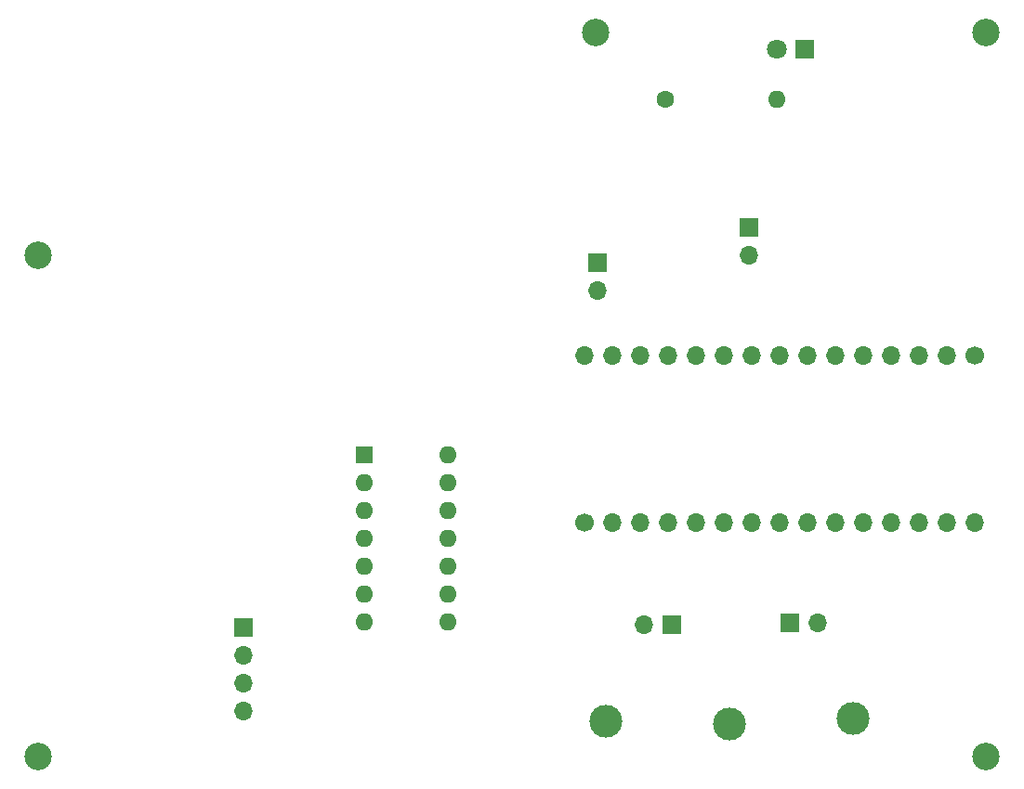
<source format=gbr>
%TF.GenerationSoftware,KiCad,Pcbnew,(6.0.1)*%
%TF.CreationDate,2022-09-26T20:39:58+01:00*%
%TF.ProjectId,psp-bluetooth,7073702d-626c-4756-9574-6f6f74682e6b,4*%
%TF.SameCoordinates,Original*%
%TF.FileFunction,Soldermask,Bot*%
%TF.FilePolarity,Negative*%
%FSLAX46Y46*%
G04 Gerber Fmt 4.6, Leading zero omitted, Abs format (unit mm)*
G04 Created by KiCad (PCBNEW (6.0.1)) date 2022-09-26 20:39:58*
%MOMM*%
%LPD*%
G01*
G04 APERTURE LIST*
%ADD10C,2.500000*%
%ADD11R,1.600000X1.600000*%
%ADD12O,1.600000X1.600000*%
%ADD13R,1.700000X1.700000*%
%ADD14O,1.700000X1.700000*%
%ADD15C,1.600000*%
%ADD16C,3.000000*%
%ADD17C,1.700000*%
%ADD18R,1.800000X1.800000*%
%ADD19C,1.800000*%
G04 APERTURE END LIST*
D10*
%TO.C,H4*%
X111760000Y-93980000D03*
%TD*%
D11*
%TO.C,U1*%
X141500000Y-66500000D03*
D12*
X141500000Y-69040000D03*
X141500000Y-71580000D03*
X141500000Y-74120000D03*
X141500000Y-76660000D03*
X141500000Y-79200000D03*
X141500000Y-81740000D03*
X149120000Y-81740000D03*
X149120000Y-79200000D03*
X149120000Y-76660000D03*
X149120000Y-74120000D03*
X149120000Y-71580000D03*
X149120000Y-69040000D03*
X149120000Y-66500000D03*
%TD*%
D13*
%TO.C,J2*%
X169500000Y-82000000D03*
D14*
X166960000Y-82000000D03*
%TD*%
D10*
%TO.C,H2*%
X198120000Y-27940000D03*
%TD*%
D13*
%TO.C,J7*%
X176500000Y-45725000D03*
D14*
X176500000Y-48265000D03*
%TD*%
D15*
%TO.C,R1*%
X168920000Y-34000000D03*
D12*
X179080000Y-34000000D03*
%TD*%
D10*
%TO.C,H3*%
X198120000Y-93980000D03*
%TD*%
%TO.C,H5*%
X111760000Y-48260000D03*
%TD*%
D13*
%TO.C,J4*%
X130500000Y-82200000D03*
D14*
X130500000Y-84740000D03*
X130500000Y-87280000D03*
X130500000Y-89820000D03*
%TD*%
D16*
%TO.C,REF\u002A\u002A*%
X174750000Y-91000000D03*
%TD*%
D13*
%TO.C,J3*%
X180225000Y-81750000D03*
D14*
X182765000Y-81750000D03*
%TD*%
D17*
%TO.C,J1*%
X197105000Y-57380000D03*
D14*
X194565000Y-57380000D03*
X192025000Y-57380000D03*
X189485000Y-57380000D03*
X186945000Y-57380000D03*
X184405000Y-57380000D03*
X181865000Y-57380000D03*
X179325000Y-57380000D03*
X176785000Y-57380000D03*
X174245000Y-57380000D03*
X171705000Y-57380000D03*
X169165000Y-57380000D03*
X166625000Y-57380000D03*
X164085000Y-57380000D03*
X161545000Y-57380000D03*
D17*
X161545000Y-72620000D03*
D14*
X164085000Y-72620000D03*
X166625000Y-72620000D03*
X169165000Y-72620000D03*
X171705000Y-72620000D03*
X174245000Y-72620000D03*
X176785000Y-72620000D03*
X179325000Y-72620000D03*
X181865000Y-72620000D03*
X184405000Y-72620000D03*
X186945000Y-72620000D03*
X189485000Y-72620000D03*
X192025000Y-72620000D03*
X194565000Y-72620000D03*
X197105000Y-72620000D03*
%TD*%
D10*
%TO.C,H1*%
X162560000Y-27940000D03*
%TD*%
D18*
%TO.C,D1*%
X181590000Y-29495000D03*
D19*
X179050000Y-29495000D03*
%TD*%
D16*
%TO.C,REF\u002A\u002A*%
X186000000Y-90500000D03*
%TD*%
D13*
%TO.C,J8*%
X162750000Y-48975000D03*
D14*
X162750000Y-51515000D03*
%TD*%
D16*
%TO.C,REF\u002A\u002A*%
X163500000Y-90750000D03*
%TD*%
M02*

</source>
